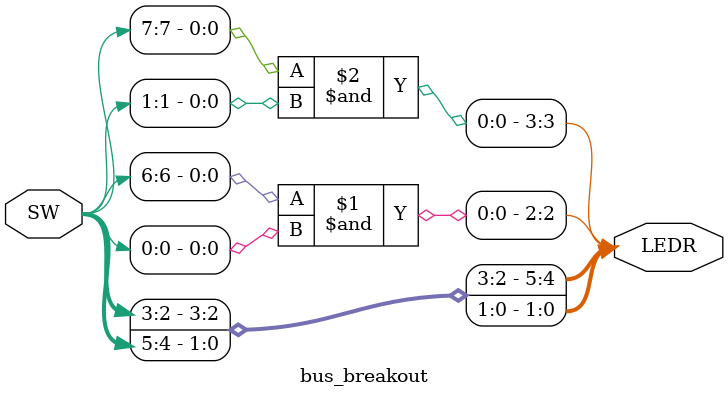
<source format=v>
module bus_breakout
				(
					// Inputs
					SW,
					// Outputs
					LEDR
				);
	
	// Port definitions
	input  [7:0] SW;
	output [5:0] LEDR;
	
	// ---------------- Design implementaton ----------
	
	assign LEDR[5:0] = { SW[3:2],
							  (SW[7] & SW[1]),
							  (SW[6] & SW[0]),
							  SW[5:4]
							  };

endmodule
</source>
